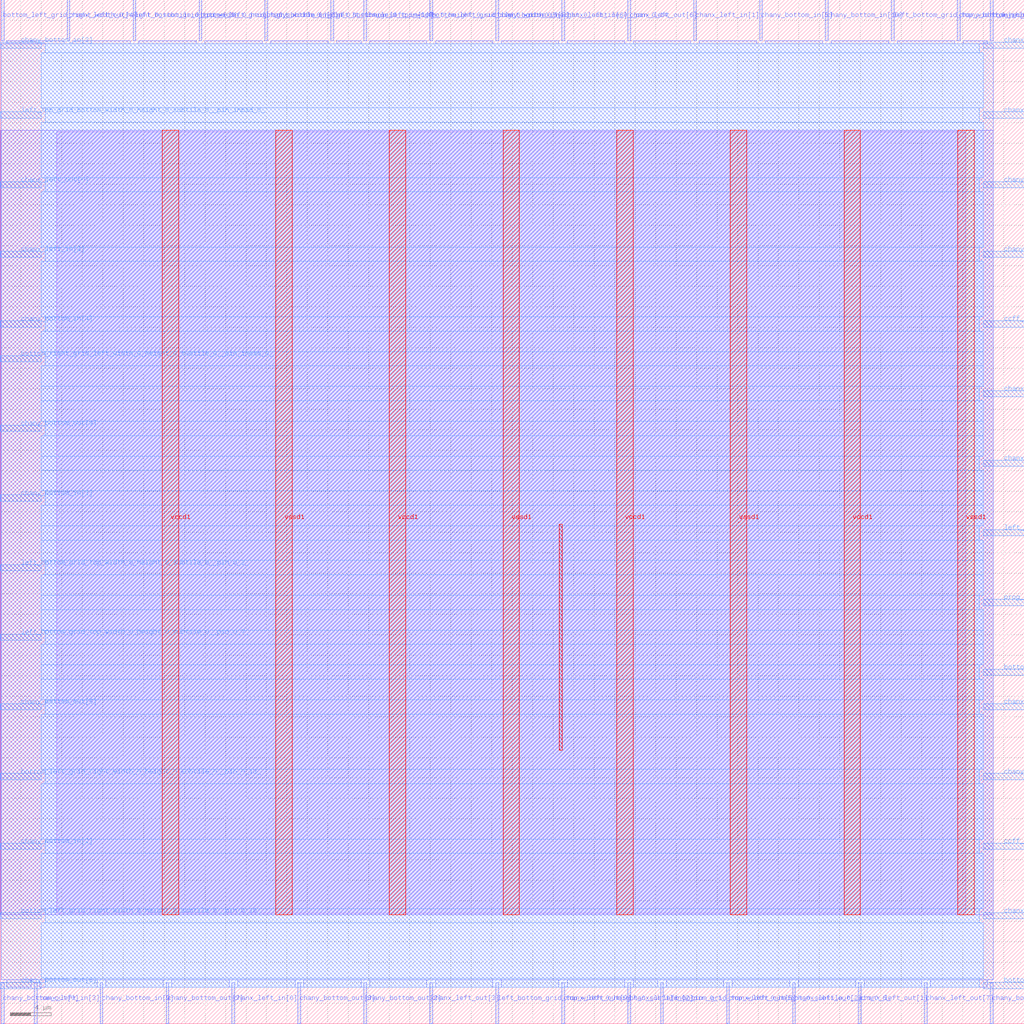
<source format=lef>
VERSION 5.7 ;
  NOWIREEXTENSIONATPIN ON ;
  DIVIDERCHAR "/" ;
  BUSBITCHARS "[]" ;
MACRO sb_4__4_
  CLASS BLOCK ;
  FOREIGN sb_4__4_ ;
  ORIGIN 0.000 0.000 ;
  SIZE 100.000 BY 100.000 ;
  PIN bottom_left_grid_right_width_0_height_0_subtile_0__pin_O_10_
    PORT
      LAYER met3 ;
        RECT 0.000 10.240 4.000 10.840 ;
    END
  END bottom_left_grid_right_width_0_height_0_subtile_0__pin_O_10_
  PIN bottom_left_grid_right_width_0_height_0_subtile_0__pin_O_11_
    PORT
      LAYER met3 ;
        RECT 96.000 34.040 100.000 34.640 ;
    END
  END bottom_left_grid_right_width_0_height_0_subtile_0__pin_O_11_
  PIN bottom_left_grid_right_width_0_height_0_subtile_0__pin_O_12_
    PORT
      LAYER met3 ;
        RECT 96.000 3.440 100.000 4.040 ;
    END
  END bottom_left_grid_right_width_0_height_0_subtile_0__pin_O_12_
  PIN bottom_left_grid_right_width_0_height_0_subtile_0__pin_O_13_
    PORT
      LAYER met3 ;
        RECT 0.000 23.840 4.000 24.440 ;
    END
  END bottom_left_grid_right_width_0_height_0_subtile_0__pin_O_13_
  PIN bottom_left_grid_right_width_0_height_0_subtile_0__pin_O_14_
    PORT
      LAYER met2 ;
        RECT 41.950 96.000 42.230 100.000 ;
    END
  END bottom_left_grid_right_width_0_height_0_subtile_0__pin_O_14_
  PIN bottom_left_grid_right_width_0_height_0_subtile_0__pin_O_8_
    PORT
      LAYER met2 ;
        RECT 19.410 96.000 19.690 100.000 ;
    END
  END bottom_left_grid_right_width_0_height_0_subtile_0__pin_O_8_
  PIN bottom_left_grid_right_width_0_height_0_subtile_0__pin_O_9_
    PORT
      LAYER met2 ;
        RECT 0.090 96.000 0.370 100.000 ;
    END
  END bottom_left_grid_right_width_0_height_0_subtile_0__pin_O_9_
  PIN bottom_right_grid_left_width_0_height_0_subtile_0__pin_inpad_0_
    PORT
      LAYER met3 ;
        RECT 0.000 64.640 4.000 65.240 ;
    END
  END bottom_right_grid_left_width_0_height_0_subtile_0__pin_inpad_0_
  PIN ccff_head
    PORT
      LAYER met3 ;
        RECT 96.000 68.040 100.000 68.640 ;
    END
  END ccff_head
  PIN ccff_tail
    PORT
      LAYER met3 ;
        RECT 96.000 17.040 100.000 17.640 ;
    END
  END ccff_tail
  PIN chanx_left_in[0]
    PORT
      LAYER met2 ;
        RECT 22.630 0.000 22.910 4.000 ;
    END
  END chanx_left_in[0]
  PIN chanx_left_in[10]
    PORT
      LAYER met2 ;
        RECT 35.510 96.000 35.790 100.000 ;
    END
  END chanx_left_in[10]
  PIN chanx_left_in[1]
    PORT
      LAYER met2 ;
        RECT 67.710 96.000 67.990 100.000 ;
    END
  END chanx_left_in[1]
  PIN chanx_left_in[2]
    PORT
      LAYER met2 ;
        RECT 61.270 0.000 61.550 4.000 ;
    END
  END chanx_left_in[2]
  PIN chanx_left_in[3]
    PORT
      LAYER met2 ;
        RECT 3.310 0.000 3.590 4.000 ;
    END
  END chanx_left_in[3]
  PIN chanx_left_in[4]
    PORT
      LAYER met3 ;
        RECT 96.000 54.440 100.000 55.040 ;
    END
  END chanx_left_in[4]
  PIN chanx_left_in[5]
    PORT
      LAYER met3 ;
        RECT 96.000 30.640 100.000 31.240 ;
    END
  END chanx_left_in[5]
  PIN chanx_left_in[6]
    PORT
      LAYER met2 ;
        RECT 54.830 96.000 55.110 100.000 ;
    END
  END chanx_left_in[6]
  PIN chanx_left_in[7]
    PORT
      LAYER met3 ;
        RECT 96.000 88.440 100.000 89.040 ;
    END
  END chanx_left_in[7]
  PIN chanx_left_in[8]
    PORT
      LAYER met3 ;
        RECT 0.000 74.840 4.000 75.440 ;
    END
  END chanx_left_in[8]
  PIN chanx_left_in[9]
    PORT
      LAYER met3 ;
        RECT 96.000 61.240 100.000 61.840 ;
    END
  END chanx_left_in[9]
  PIN chanx_left_out[0]
    PORT
      LAYER met3 ;
        RECT 0.000 81.640 4.000 82.240 ;
    END
  END chanx_left_out[0]
  PIN chanx_left_out[10]
    PORT
      LAYER met3 ;
        RECT 96.000 95.240 100.000 95.840 ;
    END
  END chanx_left_out[10]
  PIN chanx_left_out[1]
    PORT
      LAYER met2 ;
        RECT 83.810 0.000 84.090 4.000 ;
    END
  END chanx_left_out[1]
  PIN chanx_left_out[2]
    PORT
      LAYER met2 ;
        RECT 77.370 0.000 77.650 4.000 ;
    END
  END chanx_left_out[2]
  PIN chanx_left_out[3]
    PORT
      LAYER met2 ;
        RECT 41.950 0.000 42.230 4.000 ;
    END
  END chanx_left_out[3]
  PIN chanx_left_out[4]
    PORT
      LAYER met2 ;
        RECT 6.530 96.000 6.810 100.000 ;
    END
  END chanx_left_out[4]
  PIN chanx_left_out[5]
    PORT
      LAYER met2 ;
        RECT 70.930 0.000 71.210 4.000 ;
    END
  END chanx_left_out[5]
  PIN chanx_left_out[6]
    PORT
      LAYER met2 ;
        RECT 61.270 96.000 61.550 100.000 ;
    END
  END chanx_left_out[6]
  PIN chanx_left_out[7]
    PORT
      LAYER met2 ;
        RECT 90.250 0.000 90.530 4.000 ;
    END
  END chanx_left_out[7]
  PIN chanx_left_out[8]
    PORT
      LAYER met3 ;
        RECT 96.000 10.240 100.000 10.840 ;
    END
  END chanx_left_out[8]
  PIN chanx_left_out[9]
    PORT
      LAYER met2 ;
        RECT 54.830 0.000 55.110 4.000 ;
    END
  END chanx_left_out[9]
  PIN chany_bottom_in[0]
    PORT
      LAYER met3 ;
        RECT 96.000 23.840 100.000 24.440 ;
    END
  END chany_bottom_in[0]
  PIN chany_bottom_in[10]
    PORT
      LAYER met2 ;
        RECT 80.590 96.000 80.870 100.000 ;
    END
  END chany_bottom_in[10]
  PIN chany_bottom_in[1]
    PORT
      LAYER met3 ;
        RECT 0.000 51.040 4.000 51.640 ;
    END
  END chany_bottom_in[1]
  PIN chany_bottom_in[2]
    PORT
      LAYER met3 ;
        RECT 0.000 17.040 4.000 17.640 ;
    END
  END chany_bottom_in[2]
  PIN chany_bottom_in[3]
    PORT
      LAYER met3 ;
        RECT 0.000 95.240 4.000 95.840 ;
    END
  END chany_bottom_in[3]
  PIN chany_bottom_in[4]
    PORT
      LAYER met3 ;
        RECT 0.000 68.040 4.000 68.640 ;
    END
  END chany_bottom_in[4]
  PIN chany_bottom_in[5]
    PORT
      LAYER met2 ;
        RECT 74.150 96.000 74.430 100.000 ;
    END
  END chany_bottom_in[5]
  PIN chany_bottom_in[6]
    PORT
      LAYER met2 ;
        RECT 93.470 96.000 93.750 100.000 ;
    END
  END chany_bottom_in[6]
  PIN chany_bottom_in[7]
    PORT
      LAYER met2 ;
        RECT 25.850 96.000 26.130 100.000 ;
    END
  END chany_bottom_in[7]
  PIN chany_bottom_in[8]
    PORT
      LAYER met2 ;
        RECT 48.390 96.000 48.670 100.000 ;
    END
  END chany_bottom_in[8]
  PIN chany_bottom_in[9]
    PORT
      LAYER met2 ;
        RECT 9.750 0.000 10.030 4.000 ;
    END
  END chany_bottom_in[9]
  PIN chany_bottom_out[0]
    PORT
      LAYER met2 ;
        RECT 0.090 0.000 0.370 4.000 ;
    END
  END chany_bottom_out[0]
  PIN chany_bottom_out[10]
    PORT
      LAYER met3 ;
        RECT 96.000 81.640 100.000 82.240 ;
    END
  END chany_bottom_out[10]
  PIN chany_bottom_out[1]
    PORT
      LAYER met2 ;
        RECT 96.690 96.000 96.970 100.000 ;
    END
  END chany_bottom_out[1]
  PIN chany_bottom_out[2]
    PORT
      LAYER met2 ;
        RECT 35.510 0.000 35.790 4.000 ;
    END
  END chany_bottom_out[2]
  PIN chany_bottom_out[3]
    PORT
      LAYER met3 ;
        RECT 96.000 74.840 100.000 75.440 ;
    END
  END chany_bottom_out[3]
  PIN chany_bottom_out[4]
    PORT
      LAYER met2 ;
        RECT 96.690 0.000 96.970 4.000 ;
    END
  END chany_bottom_out[4]
  PIN chany_bottom_out[5]
    PORT
      LAYER met3 ;
        RECT 0.000 30.640 4.000 31.240 ;
    END
  END chany_bottom_out[5]
  PIN chany_bottom_out[6]
    PORT
      LAYER met3 ;
        RECT 0.000 3.440 4.000 4.040 ;
    END
  END chany_bottom_out[6]
  PIN chany_bottom_out[7]
    PORT
      LAYER met2 ;
        RECT 16.190 0.000 16.470 4.000 ;
    END
  END chany_bottom_out[7]
  PIN chany_bottom_out[8]
    PORT
      LAYER met2 ;
        RECT 29.070 0.000 29.350 4.000 ;
    END
  END chany_bottom_out[8]
  PIN chany_bottom_out[9]
    PORT
      LAYER met3 ;
        RECT 0.000 57.840 4.000 58.440 ;
    END
  END chany_bottom_out[9]
  PIN left_bottom_grid_top_width_0_height_0_subtile_0__pin_O_0_
    PORT
      LAYER met3 ;
        RECT 96.000 47.640 100.000 48.240 ;
    END
  END left_bottom_grid_top_width_0_height_0_subtile_0__pin_O_0_
  PIN left_bottom_grid_top_width_0_height_0_subtile_0__pin_O_1_
    PORT
      LAYER met2 ;
        RECT 48.390 0.000 48.670 4.000 ;
    END
  END left_bottom_grid_top_width_0_height_0_subtile_0__pin_O_1_
  PIN left_bottom_grid_top_width_0_height_0_subtile_0__pin_O_2_
    PORT
      LAYER met3 ;
        RECT 0.000 44.240 4.000 44.840 ;
    END
  END left_bottom_grid_top_width_0_height_0_subtile_0__pin_O_2_
  PIN left_bottom_grid_top_width_0_height_0_subtile_0__pin_O_3_
    PORT
      LAYER met2 ;
        RECT 87.030 96.000 87.310 100.000 ;
    END
  END left_bottom_grid_top_width_0_height_0_subtile_0__pin_O_3_
  PIN left_bottom_grid_top_width_0_height_0_subtile_0__pin_O_4_
    PORT
      LAYER met2 ;
        RECT 12.970 96.000 13.250 100.000 ;
    END
  END left_bottom_grid_top_width_0_height_0_subtile_0__pin_O_4_
  PIN left_bottom_grid_top_width_0_height_0_subtile_0__pin_O_5_
    PORT
      LAYER met2 ;
        RECT 32.290 96.000 32.570 100.000 ;
    END
  END left_bottom_grid_top_width_0_height_0_subtile_0__pin_O_5_
  PIN left_bottom_grid_top_width_0_height_0_subtile_0__pin_O_6_
    PORT
      LAYER met2 ;
        RECT 64.490 0.000 64.770 4.000 ;
    END
  END left_bottom_grid_top_width_0_height_0_subtile_0__pin_O_6_
  PIN left_bottom_grid_top_width_0_height_0_subtile_0__pin_O_7_
    PORT
      LAYER met3 ;
        RECT 0.000 37.440 4.000 38.040 ;
    END
  END left_bottom_grid_top_width_0_height_0_subtile_0__pin_O_7_
  PIN left_top_grid_bottom_width_0_height_0_subtile_0__pin_inpad_0_
    PORT
      LAYER met3 ;
        RECT 0.000 88.440 4.000 89.040 ;
    END
  END left_top_grid_bottom_width_0_height_0_subtile_0__pin_inpad_0_
  PIN prog_clk
    PORT
      LAYER met3 ;
        RECT 96.000 40.840 100.000 41.440 ;
    END
  END prog_clk
  PIN vccd1
    PORT
      LAYER met4 ;
        RECT 82.400 10.640 84.000 87.280 ;
    END
    PORT
      LAYER met4 ;
        RECT 60.205 10.640 61.805 87.280 ;
    END
    PORT
      LAYER met4 ;
        RECT 38.010 10.640 39.610 87.280 ;
    END
    PORT
      LAYER met4 ;
        RECT 15.815 10.640 17.415 87.280 ;
    END
  END vccd1
  PIN vssd1
    PORT
      LAYER met4 ;
        RECT 93.495 10.640 95.095 87.280 ;
    END
    PORT
      LAYER met4 ;
        RECT 71.300 10.640 72.900 87.280 ;
    END
    PORT
      LAYER met4 ;
        RECT 49.105 10.640 50.705 87.280 ;
    END
    PORT
      LAYER met4 ;
        RECT 26.910 10.640 28.510 87.280 ;
    END
  END vssd1
  OBS
      LAYER li1 ;
        RECT 5.520 10.795 94.300 87.125 ;
      LAYER met1 ;
        RECT 0.070 10.640 96.990 87.280 ;
      LAYER met2 ;
        RECT 0.650 95.720 6.250 96.000 ;
        RECT 7.090 95.720 12.690 96.000 ;
        RECT 13.530 95.720 19.130 96.000 ;
        RECT 19.970 95.720 25.570 96.000 ;
        RECT 26.410 95.720 32.010 96.000 ;
        RECT 32.850 95.720 35.230 96.000 ;
        RECT 36.070 95.720 41.670 96.000 ;
        RECT 42.510 95.720 48.110 96.000 ;
        RECT 48.950 95.720 54.550 96.000 ;
        RECT 55.390 95.720 60.990 96.000 ;
        RECT 61.830 95.720 67.430 96.000 ;
        RECT 68.270 95.720 73.870 96.000 ;
        RECT 74.710 95.720 80.310 96.000 ;
        RECT 81.150 95.720 86.750 96.000 ;
        RECT 87.590 95.720 93.190 96.000 ;
        RECT 94.030 95.720 96.410 96.000 ;
        RECT 0.100 4.280 96.960 95.720 ;
        RECT 0.650 3.555 3.030 4.280 ;
        RECT 3.870 3.555 9.470 4.280 ;
        RECT 10.310 3.555 15.910 4.280 ;
        RECT 16.750 3.555 22.350 4.280 ;
        RECT 23.190 3.555 28.790 4.280 ;
        RECT 29.630 3.555 35.230 4.280 ;
        RECT 36.070 3.555 41.670 4.280 ;
        RECT 42.510 3.555 48.110 4.280 ;
        RECT 48.950 3.555 54.550 4.280 ;
        RECT 55.390 3.555 60.990 4.280 ;
        RECT 61.830 3.555 64.210 4.280 ;
        RECT 65.050 3.555 70.650 4.280 ;
        RECT 71.490 3.555 77.090 4.280 ;
        RECT 77.930 3.555 83.530 4.280 ;
        RECT 84.370 3.555 89.970 4.280 ;
        RECT 90.810 3.555 96.410 4.280 ;
      LAYER met3 ;
        RECT 4.400 94.840 95.600 95.705 ;
        RECT 4.000 89.440 96.000 94.840 ;
        RECT 4.400 88.040 95.600 89.440 ;
        RECT 4.000 82.640 96.000 88.040 ;
        RECT 4.400 81.240 95.600 82.640 ;
        RECT 4.000 75.840 96.000 81.240 ;
        RECT 4.400 74.440 95.600 75.840 ;
        RECT 4.000 69.040 96.000 74.440 ;
        RECT 4.400 67.640 95.600 69.040 ;
        RECT 4.000 65.640 96.000 67.640 ;
        RECT 4.400 64.240 96.000 65.640 ;
        RECT 4.000 62.240 96.000 64.240 ;
        RECT 4.000 60.840 95.600 62.240 ;
        RECT 4.000 58.840 96.000 60.840 ;
        RECT 4.400 57.440 96.000 58.840 ;
        RECT 4.000 55.440 96.000 57.440 ;
        RECT 4.000 54.040 95.600 55.440 ;
        RECT 4.000 52.040 96.000 54.040 ;
        RECT 4.400 50.640 96.000 52.040 ;
        RECT 4.000 48.640 96.000 50.640 ;
        RECT 4.000 47.240 95.600 48.640 ;
        RECT 4.000 45.240 96.000 47.240 ;
        RECT 4.400 43.840 96.000 45.240 ;
        RECT 4.000 41.840 96.000 43.840 ;
        RECT 4.000 40.440 95.600 41.840 ;
        RECT 4.000 38.440 96.000 40.440 ;
        RECT 4.400 37.040 96.000 38.440 ;
        RECT 4.000 35.040 96.000 37.040 ;
        RECT 4.000 33.640 95.600 35.040 ;
        RECT 4.000 31.640 96.000 33.640 ;
        RECT 4.400 30.240 95.600 31.640 ;
        RECT 4.000 24.840 96.000 30.240 ;
        RECT 4.400 23.440 95.600 24.840 ;
        RECT 4.000 18.040 96.000 23.440 ;
        RECT 4.400 16.640 95.600 18.040 ;
        RECT 4.000 11.240 96.000 16.640 ;
        RECT 4.400 9.840 95.600 11.240 ;
        RECT 4.000 4.440 96.000 9.840 ;
        RECT 4.400 3.575 95.600 4.440 ;
      LAYER met4 ;
        RECT 54.575 26.695 54.905 48.785 ;
  END
END sb_4__4_
END LIBRARY


</source>
